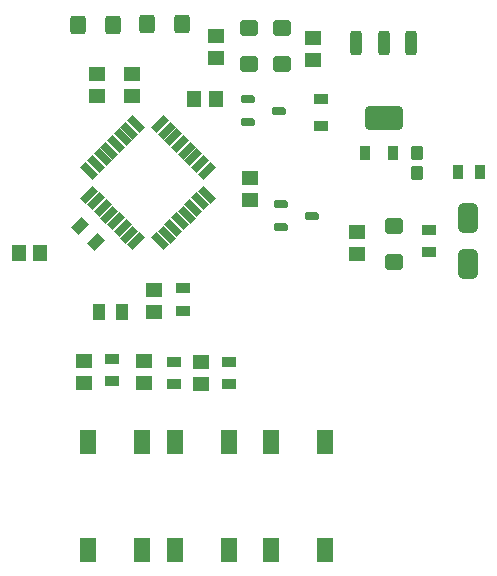
<source format=gtp>
G04*
G04 #@! TF.GenerationSoftware,Altium Limited,Altium Designer,24.3.1 (35)*
G04*
G04 Layer_Color=8421504*
%FSLAX44Y44*%
%MOMM*%
G71*
G04*
G04 #@! TF.SameCoordinates,D3E0E713-3D92-444F-8C26-48F8A9162C24*
G04*
G04*
G04 #@! TF.FilePolarity,Positive*
G04*
G01*
G75*
G04:AMPARAMS|DCode=17|XSize=3.3mm|YSize=2.1mm|CornerRadius=0.525mm|HoleSize=0mm|Usage=FLASHONLY|Rotation=0.000|XOffset=0mm|YOffset=0mm|HoleType=Round|Shape=RoundedRectangle|*
%AMROUNDEDRECTD17*
21,1,3.3000,1.0500,0,0,0.0*
21,1,2.2500,2.1000,0,0,0.0*
1,1,1.0500,1.1250,-0.5250*
1,1,1.0500,-1.1250,-0.5250*
1,1,1.0500,-1.1250,0.5250*
1,1,1.0500,1.1250,0.5250*
%
%ADD17ROUNDEDRECTD17*%
G04:AMPARAMS|DCode=18|XSize=1mm|YSize=2.1mm|CornerRadius=0.25mm|HoleSize=0mm|Usage=FLASHONLY|Rotation=0.000|XOffset=0mm|YOffset=0mm|HoleType=Round|Shape=RoundedRectangle|*
%AMROUNDEDRECTD18*
21,1,1.0000,1.6000,0,0,0.0*
21,1,0.5000,2.1000,0,0,0.0*
1,1,0.5000,0.2500,-0.8000*
1,1,0.5000,-0.2500,-0.8000*
1,1,0.5000,-0.2500,0.8000*
1,1,0.5000,0.2500,0.8000*
%
%ADD18ROUNDEDRECTD18*%
%ADD19R,1.3000X0.9000*%
%ADD20R,1.3500X1.1500*%
G04:AMPARAMS|DCode=21|XSize=1.475mm|YSize=0.6mm|CornerRadius=0mm|HoleSize=0mm|Usage=FLASHONLY|Rotation=135.000|XOffset=0mm|YOffset=0mm|HoleType=Round|Shape=Rectangle|*
%AMROTATEDRECTD21*
4,1,4,0.7336,-0.3094,0.3094,-0.7336,-0.7336,0.3094,-0.3094,0.7336,0.7336,-0.3094,0.0*
%
%ADD21ROTATEDRECTD21*%

G04:AMPARAMS|DCode=22|XSize=1.475mm|YSize=0.6mm|CornerRadius=0mm|HoleSize=0mm|Usage=FLASHONLY|Rotation=45.000|XOffset=0mm|YOffset=0mm|HoleType=Round|Shape=Rectangle|*
%AMROTATEDRECTD22*
4,1,4,-0.3094,-0.7336,-0.7336,-0.3094,0.3094,0.7336,0.7336,0.3094,-0.3094,-0.7336,0.0*
%
%ADD22ROTATEDRECTD22*%

G04:AMPARAMS|DCode=23|XSize=0.65mm|YSize=1.2mm|CornerRadius=0.1625mm|HoleSize=0mm|Usage=FLASHONLY|Rotation=90.000|XOffset=0mm|YOffset=0mm|HoleType=Round|Shape=RoundedRectangle|*
%AMROUNDEDRECTD23*
21,1,0.6500,0.8750,0,0,90.0*
21,1,0.3250,1.2000,0,0,90.0*
1,1,0.3250,0.4375,0.1625*
1,1,0.3250,0.4375,-0.1625*
1,1,0.3250,-0.4375,-0.1625*
1,1,0.3250,-0.4375,0.1625*
%
%ADD23ROUNDEDRECTD23*%
G04:AMPARAMS|DCode=24|XSize=1.08mm|YSize=1.22mm|CornerRadius=0.27mm|HoleSize=0mm|Usage=FLASHONLY|Rotation=0.000|XOffset=0mm|YOffset=0mm|HoleType=Round|Shape=RoundedRectangle|*
%AMROUNDEDRECTD24*
21,1,1.0800,0.6800,0,0,0.0*
21,1,0.5400,1.2200,0,0,0.0*
1,1,0.5400,0.2700,-0.3400*
1,1,0.5400,-0.2700,-0.3400*
1,1,0.5400,-0.2700,0.3400*
1,1,0.5400,0.2700,0.3400*
%
%ADD24ROUNDEDRECTD24*%
G04:AMPARAMS|DCode=25|XSize=1.7mm|YSize=2.5mm|CornerRadius=0.425mm|HoleSize=0mm|Usage=FLASHONLY|Rotation=0.000|XOffset=0mm|YOffset=0mm|HoleType=Round|Shape=RoundedRectangle|*
%AMROUNDEDRECTD25*
21,1,1.7000,1.6500,0,0,0.0*
21,1,0.8500,2.5000,0,0,0.0*
1,1,0.8500,0.4250,-0.8250*
1,1,0.8500,-0.4250,-0.8250*
1,1,0.8500,-0.4250,0.8250*
1,1,0.8500,0.4250,0.8250*
%
%ADD25ROUNDEDRECTD25*%
%ADD26R,0.9000X1.3000*%
%ADD27R,1.1500X1.3500*%
G04:AMPARAMS|DCode=28|XSize=0.9mm|YSize=1.3mm|CornerRadius=0mm|HoleSize=0mm|Usage=FLASHONLY|Rotation=315.000|XOffset=0mm|YOffset=0mm|HoleType=Round|Shape=Rectangle|*
%AMROTATEDRECTD28*
4,1,4,-0.7778,-0.1414,0.1414,0.7778,0.7778,0.1414,-0.1414,-0.7778,-0.7778,-0.1414,0.0*
%
%ADD28ROTATEDRECTD28*%

G04:AMPARAMS|DCode=29|XSize=1.6mm|YSize=1.4mm|CornerRadius=0.35mm|HoleSize=0mm|Usage=FLASHONLY|Rotation=0.000|XOffset=0mm|YOffset=0mm|HoleType=Round|Shape=RoundedRectangle|*
%AMROUNDEDRECTD29*
21,1,1.6000,0.7000,0,0,0.0*
21,1,0.9000,1.4000,0,0,0.0*
1,1,0.7000,0.4500,-0.3500*
1,1,0.7000,-0.4500,-0.3500*
1,1,0.7000,-0.4500,0.3500*
1,1,0.7000,0.4500,0.3500*
%
%ADD29ROUNDEDRECTD29*%
%ADD30R,1.0000X1.4000*%
G04:AMPARAMS|DCode=31|XSize=1.6mm|YSize=1.4mm|CornerRadius=0.35mm|HoleSize=0mm|Usage=FLASHONLY|Rotation=90.000|XOffset=0mm|YOffset=0mm|HoleType=Round|Shape=RoundedRectangle|*
%AMROUNDEDRECTD31*
21,1,1.6000,0.7000,0,0,90.0*
21,1,0.9000,1.4000,0,0,90.0*
1,1,0.7000,0.3500,0.4500*
1,1,0.7000,0.3500,-0.4500*
1,1,0.7000,-0.3500,-0.4500*
1,1,0.7000,-0.3500,0.4500*
%
%ADD31ROUNDEDRECTD31*%
%ADD32R,1.4000X2.1000*%
D17*
X351790Y391410D02*
D03*
D18*
X328790Y454410D02*
D03*
X351790D02*
D03*
X374790D02*
D03*
D19*
X298450Y407740D02*
D03*
Y384740D02*
D03*
X389890Y296520D02*
D03*
Y277520D02*
D03*
X181610Y246990D02*
D03*
Y227990D02*
D03*
X173990Y165760D02*
D03*
Y184760D02*
D03*
X121920Y168300D02*
D03*
Y187300D02*
D03*
X220980Y184760D02*
D03*
Y165760D02*
D03*
D20*
X238760Y322220D02*
D03*
Y340720D02*
D03*
X328930Y276140D02*
D03*
Y294640D02*
D03*
X157480Y226970D02*
D03*
Y245470D02*
D03*
X292100Y458830D02*
D03*
Y440330D02*
D03*
X209550Y460460D02*
D03*
Y441960D02*
D03*
X109220Y428350D02*
D03*
Y409850D02*
D03*
X138430Y428350D02*
D03*
Y409850D02*
D03*
X148590Y167280D02*
D03*
Y185780D02*
D03*
X97790Y167280D02*
D03*
Y185780D02*
D03*
X196850Y184510D02*
D03*
Y166010D02*
D03*
D21*
X102634Y346718D02*
D03*
X108291Y352375D02*
D03*
X113947Y358032D02*
D03*
X119604Y363689D02*
D03*
X125261Y369346D02*
D03*
X130918Y375003D02*
D03*
X136575Y380659D02*
D03*
X142232Y386316D02*
D03*
X202166Y326382D02*
D03*
X196509Y320725D02*
D03*
X190853Y315068D02*
D03*
X185196Y309411D02*
D03*
X179539Y303754D02*
D03*
X173882Y298097D02*
D03*
X168225Y292441D02*
D03*
X162568Y286784D02*
D03*
D22*
Y386316D02*
D03*
X168225Y380659D02*
D03*
X173882Y375003D02*
D03*
X179539Y369346D02*
D03*
X185196Y363689D02*
D03*
X190853Y358032D02*
D03*
X196509Y352375D02*
D03*
X202166Y346718D02*
D03*
X142232Y286784D02*
D03*
X136575Y292441D02*
D03*
X130918Y298097D02*
D03*
X125261Y303754D02*
D03*
X119604Y309411D02*
D03*
X113947Y315068D02*
D03*
X108291Y320725D02*
D03*
X102634Y326382D02*
D03*
D23*
X291130Y308610D02*
D03*
X265130Y299110D02*
D03*
Y318110D02*
D03*
X263190Y397510D02*
D03*
X237190Y388010D02*
D03*
Y407010D02*
D03*
D24*
X379730Y361460D02*
D03*
Y344660D02*
D03*
D25*
X422910Y267270D02*
D03*
Y306770D02*
D03*
D26*
X414680Y345440D02*
D03*
X433680D02*
D03*
X359480Y361950D02*
D03*
X336480D02*
D03*
D27*
X42820Y276860D02*
D03*
X61320D02*
D03*
X209910Y407670D02*
D03*
X191410D02*
D03*
D28*
X94882Y300088D02*
D03*
X108317Y286653D02*
D03*
D29*
X360680Y299480D02*
D03*
Y269480D02*
D03*
X265430Y437120D02*
D03*
Y467120D02*
D03*
X237490Y437120D02*
D03*
Y467120D02*
D03*
D30*
X110900Y227330D02*
D03*
X130400D02*
D03*
D31*
X92950Y469900D02*
D03*
X122950D02*
D03*
X181130Y471170D02*
D03*
X151130D02*
D03*
D32*
X175620Y25620D02*
D03*
Y116620D02*
D03*
X220620D02*
D03*
Y25620D02*
D03*
X101960D02*
D03*
Y116620D02*
D03*
X146960D02*
D03*
Y25620D02*
D03*
X256900D02*
D03*
Y116620D02*
D03*
X301900D02*
D03*
Y25620D02*
D03*
M02*

</source>
